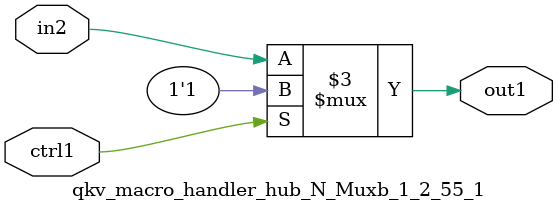
<source format=v>

`timescale 1ps / 1ps


module qkv_macro_handler_hub_N_Muxb_1_2_55_1( in2, ctrl1, out1 );

    input in2;
    input ctrl1;
    output out1;
    reg out1;

    
    // rtl_process:qkv_macro_handler_hub_N_Muxb_1_2_55_1/qkv_macro_handler_hub_N_Muxb_1_2_55_1_thread_1
    always @*
      begin : qkv_macro_handler_hub_N_Muxb_1_2_55_1_thread_1
        case (ctrl1) 
          1'b1: 
            begin
              out1 = 1'b1;
            end
          default: 
            begin
              out1 = in2;
            end
        endcase
      end

endmodule


</source>
